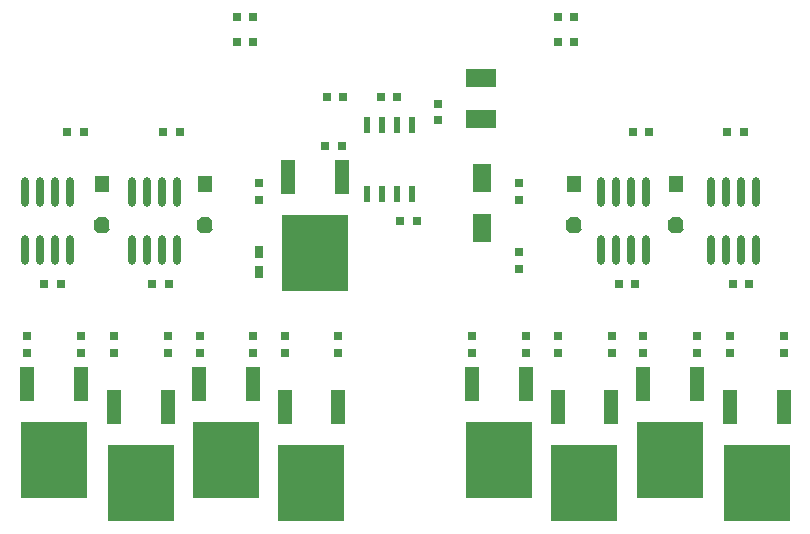
<source format=gtp>
G04*
G04 #@! TF.GenerationSoftware,Altium Limited,Altium Designer,18.1.4 (159)*
G04*
G04 Layer_Color=8421504*
%FSLAX24Y24*%
%MOIN*%
G70*
G01*
G75*
%ADD17O,0.0276X0.0984*%
%ADD18R,0.0492X0.1122*%
%ADD19R,0.2185X0.2559*%
%ADD20R,0.0300X0.0300*%
G04:AMPARAMS|DCode=21|XSize=55mil|YSize=50mil|CornerRadius=0mil|HoleSize=0mil|Usage=FLASHONLY|Rotation=270.000|XOffset=0mil|YOffset=0mil|HoleType=Round|Shape=Octagon|*
%AMOCTAGOND21*
4,1,8,-0.0125,-0.0275,0.0125,-0.0275,0.0250,-0.0150,0.0250,0.0150,0.0125,0.0275,-0.0125,0.0275,-0.0250,0.0150,-0.0250,-0.0150,-0.0125,-0.0275,0.0*
%
%ADD21OCTAGOND21*%

%ADD22R,0.0500X0.0550*%
%ADD23R,0.0276X0.0394*%
%ADD24R,0.0300X0.0300*%
%ADD25R,0.0610X0.0925*%
%ADD26R,0.1000X0.0600*%
%ADD27R,0.0236X0.0551*%
D17*
X6550Y12587D02*
D03*
X7050D02*
D03*
X7550D02*
D03*
X8050D02*
D03*
X6550Y14516D02*
D03*
X7050D02*
D03*
X7550D02*
D03*
X8050D02*
D03*
X11700D02*
D03*
X11200D02*
D03*
X10700D02*
D03*
X10200D02*
D03*
X11700Y12587D02*
D03*
X11200D02*
D03*
X10700D02*
D03*
X10200D02*
D03*
X-11150Y14516D02*
D03*
X-11650D02*
D03*
X-12150D02*
D03*
X-12650D02*
D03*
X-11150Y12587D02*
D03*
X-11650D02*
D03*
X-12150D02*
D03*
X-12650D02*
D03*
X-7600Y14516D02*
D03*
X-8100D02*
D03*
X-8600D02*
D03*
X-9100D02*
D03*
X-7600Y12587D02*
D03*
X-8100D02*
D03*
X-8600D02*
D03*
X-9100D02*
D03*
D18*
X-10800Y8124D02*
D03*
X-12595D02*
D03*
X-3895Y15015D02*
D03*
X-2100D02*
D03*
X-9695Y7359D02*
D03*
X-7900D02*
D03*
X-6845Y8124D02*
D03*
X-5050D02*
D03*
X-4000Y7359D02*
D03*
X-2205D02*
D03*
X2250Y8124D02*
D03*
X4045D02*
D03*
X5100Y7359D02*
D03*
X6895D02*
D03*
X7950Y8124D02*
D03*
X9745D02*
D03*
X10850Y7359D02*
D03*
X12645D02*
D03*
D19*
X-11698Y5584D02*
D03*
X-2998Y12475D02*
D03*
X-8798Y4819D02*
D03*
X-5948Y5584D02*
D03*
X-3102Y4819D02*
D03*
X3148Y5584D02*
D03*
X5998Y4819D02*
D03*
X8848Y5584D02*
D03*
X11748Y4819D02*
D03*
D20*
X9750Y9700D02*
D03*
Y9150D02*
D03*
X4045Y9700D02*
D03*
Y9150D02*
D03*
X2250D02*
D03*
Y9700D02*
D03*
X7950Y9150D02*
D03*
Y9700D02*
D03*
X5100Y9150D02*
D03*
Y9700D02*
D03*
X-5050D02*
D03*
Y9150D02*
D03*
X-6830D02*
D03*
Y9700D02*
D03*
X-2205D02*
D03*
Y9150D02*
D03*
X-3974D02*
D03*
Y9700D02*
D03*
X12650D02*
D03*
Y9150D02*
D03*
X10850D02*
D03*
Y9700D02*
D03*
X6904D02*
D03*
Y9150D02*
D03*
X-7900Y9700D02*
D03*
Y9150D02*
D03*
X-9700D02*
D03*
Y9700D02*
D03*
X-10796D02*
D03*
Y9150D02*
D03*
X-12595D02*
D03*
Y9700D02*
D03*
X-4852Y14815D02*
D03*
Y14265D02*
D03*
X3800Y12500D02*
D03*
Y11950D02*
D03*
Y14815D02*
D03*
Y14265D02*
D03*
X1100Y16900D02*
D03*
Y17450D02*
D03*
D21*
X-6650Y13425D02*
D03*
X-10100D02*
D03*
X9050D02*
D03*
X5650D02*
D03*
D22*
X-6650Y14775D02*
D03*
X-10100D02*
D03*
X9050D02*
D03*
X5650D02*
D03*
D23*
X-4852Y12525D02*
D03*
Y11856D02*
D03*
D24*
X-2650Y16050D02*
D03*
X-2100D02*
D03*
X-11453Y11442D02*
D03*
X-12003D02*
D03*
X-7853D02*
D03*
X-8403D02*
D03*
X7697D02*
D03*
X7147D02*
D03*
X11497D02*
D03*
X10947D02*
D03*
X-7500Y16510D02*
D03*
X-8050D02*
D03*
X8150D02*
D03*
X7600D02*
D03*
X-11250D02*
D03*
X-10700D02*
D03*
X10750D02*
D03*
X11300D02*
D03*
X5100Y20350D02*
D03*
X5650D02*
D03*
X5100Y19500D02*
D03*
X5650D02*
D03*
X-5050Y20350D02*
D03*
X-5600D02*
D03*
X-5050Y19500D02*
D03*
X-5600D02*
D03*
X-250Y17679D02*
D03*
X-800D02*
D03*
X-2600D02*
D03*
X-2050D02*
D03*
X-150Y13544D02*
D03*
X400D02*
D03*
D25*
X2577Y14996D02*
D03*
Y13304D02*
D03*
D26*
X2550Y16950D02*
D03*
Y18300D02*
D03*
D27*
X-1250Y14458D02*
D03*
X-750D02*
D03*
X-250D02*
D03*
X250D02*
D03*
Y16742D02*
D03*
X-250D02*
D03*
X-750D02*
D03*
X-1250D02*
D03*
M02*

</source>
